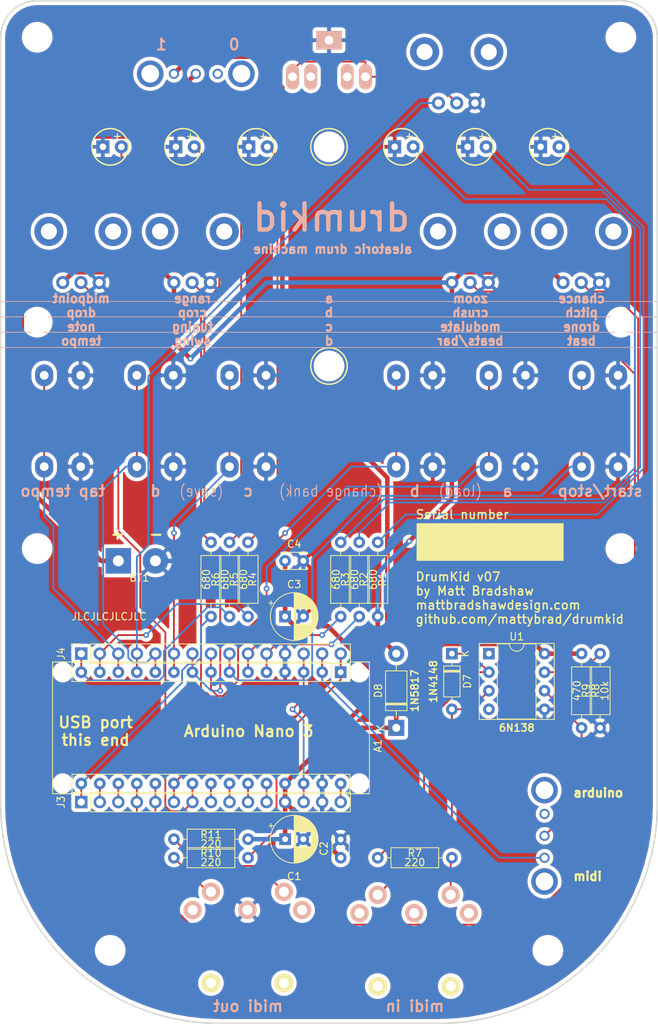
<source format=kicad_pcb>
(kicad_pcb (version 20171130) (host pcbnew "(5.1.5)-3")
  (layers (0 F.Cu signal hide) (31 B.Cu signal hide) (34 B.Paste user) (35 F.Paste user) (36 B.SilkS user) (37 F.SilkS user) (38 B.Mask user) (39 F.Mask user) (44 Edge.Cuts user))
  (net 0 "")
  (net 1 GND)
  (net 2 "Net-(J9-PadRN)")
  (net 3 "Net-(J9-PadTN)")
  (net 4 /ANALOG_3)
  (net 5 /ANALOG_1)
  (net 6 /ANALOG_2)
  (net 7 "Net-(R9-Pad2)")
  (net 8 /ANALOG_0)
  (net 9 "Net-(BT1-Pad1)")
  (net 10 "Net-(D5-Pad2)")
  (net 11 /DIGITAL_5)
  (net 12 "Net-(D6-Pad2)")
  (net 13 /DIGITAL_6)
  (net 14 /DIGITAL_9)
  (net 15 /DIGITAL_2)
  (net 16 "Net-(D2-Pad2)")
  (net 17 "Net-(D3-Pad2)")
  (net 18 /DIGITAL_3)
  (net 19 /DIGITAL_4)
  (net 20 "Net-(D4-Pad2)")
  (net 21 /DIGITAL_0)
  (net 22 /DIGITAL_10)
  (net 23 /DIGITAL_1)
  (net 24 /DIGITAL_11)
  (net 25 /DIGITAL_12)
  (net 26 /DIGITAL_13)
  (net 27 /DIGITAL_7)
  (net 28 /ANALOG_4)
  (net 29 /DIGITAL_8)
  (net 30 /ANALOG_5)
  (net 31 "Net-(J2-Pad4)")
  (net 32 "Net-(U1-Pad1)")
  (net 33 "Net-(D1-Pad2)")
  (net 34 "Net-(U1-Pad4)")
  (net 35 "Net-(J2-Pad1)")
  (net 36 "Net-(J2-Pad3)")
  (net 37 "Net-(D7-Pad2)")
  (net 38 "Net-(J9-PadR)")
  (net 39 VCC)
  (net 40 "Net-(J2-Pad5)")
  (net 41 "Net-(R8-Pad2)")
  (net 42 "Net-(J1-Pad4)")
  (net 43 "Net-(D7-Pad1)")
  (net 44 "Net-(J1-Pad1)")
  (net 45 "Net-(J1-Pad2)")
  (net 46 "Net-(J1-Pad3)")
  (net 47 "Net-(SW8-Pad3)")
  (net 48 /3V3)
  (net 49 /AREF)
  (net 50 /RESET)
  (net 51 /ANALOG_6)
  (net 52 /ANALOG_7)
  (net 53 +9V)
  (net 54 "Net-(D8-Pad2)")
  (net 55 "Net-(SW7-Pad3)")
  (module drumkidcustom:MountingHole_3.2mm_M3 (layer B.Cu) (at 60 74)
    (fp_text reference H9)
    (fp_text value MountingHole)
    (pad 1 np_thru_hole circle (at 0 0) (size 3.2 3.2) (drill 3.2) (layers *.Cu *.Mask))
  )
  (module drumkidcustom:MountingHole_3.2mm_M3 (layer B.Cu) (at 140 74)
    (fp_text reference H10)
    (fp_text value MountingHole)
    (pad 1 np_thru_hole circle (at 0 0) (size 3.2 3.2) (drill 3.2) (layers *.Cu *.Mask))
  )
  (module Capacitor_THT:CP_Radial_D6.3mm_P2.50mm (layer F.Cu) (at 93.98 144.78)
    (fp_text reference C1 (at 1.25 5.08) (layer F.SilkS))
    (fp_text value CP)
    (pad 2 thru_hole circle (at 2.5 0) (size 1.6 1.6) (drill 0.8) (layers *.Cu *.Mask) (net 1 GND))
    (pad 1 thru_hole rect (at 0 0) (size 1.6 1.6) (drill 0.8) (layers *.Cu *.Mask) (net 39 VCC))
  )
  (module Capacitor_THT:CP_Radial_D6.3mm_P2.50mm (layer F.Cu) (at 93.98 114.3)
    (fp_text reference C3 (at 1.25 -4.4) (layer F.SilkS))
    (fp_text value CP)
    (pad 1 thru_hole rect (at 0 0) (size 1.6 1.6) (drill 0.8) (layers *.Cu *.Mask) (net 39 VCC))
    (pad 2 thru_hole circle (at 2.5 0) (size 1.6 1.6) (drill 0.8) (layers *.Cu *.Mask) (net 1 GND))
  )
  (module Capacitor_THT:C_Disc_D3.4mm_W2.1mm_P2.50mm (layer F.Cu) (at 101.6 147.32 90)
    (fp_text reference C2 (at 1.25 -2.3 90) (layer F.SilkS))
    (fp_text value C)
    (pad 2 thru_hole circle (at 2.5 0 90) (size 1.6 1.6) (drill 0.8) (layers *.Cu *.Mask) (net 1 GND))
    (pad 1 thru_hole circle (at 0 0 90) (size 1.6 1.6) (drill 0.8) (layers *.Cu *.Mask) (net 39 VCC))
  )
  (module Capacitor_THT:C_Disc_D3.4mm_W2.1mm_P2.50mm (layer F.Cu) (at 93.98 106.68)
    (fp_text reference C4 (at 1.25 -2.3) (layer F.SilkS))
    (fp_text value C)
    (pad 1 thru_hole circle (at 0 0) (size 1.6 1.6) (drill 0.8) (layers *.Cu *.Mask) (net 39 VCC))
    (pad 2 thru_hole circle (at 2.5 0) (size 1.6 1.6) (drill 0.8) (layers *.Cu *.Mask) (net 1 GND))
  )
  (module Connector_PinSocket_2.54mm:PinSocket_1x15_P2.54mm_Vertical (layer F.Cu) (at 66.04 139.7 90)
    (fp_text reference J3 (at 0 -2.77 90) (layer F.SilkS))
    (fp_text value Conn_01x15)
    (pad 15 thru_hole oval (at 0 35.56 90) (size 1.7 1.7) (drill 1) (layers *.Cu *.Mask) (net 53 +9V))
    (pad 14 thru_hole oval (at 0 33.02 90) (size 1.7 1.7) (drill 1) (layers *.Cu *.Mask) (net 1 GND))
    (pad 13 thru_hole oval (at 0 30.48 90) (size 1.7 1.7) (drill 1) (layers *.Cu *.Mask) (net 50 /RESET))
    (pad 12 thru_hole oval (at 0 27.94 90) (size 1.7 1.7) (drill 1) (layers *.Cu *.Mask) (net 39 VCC))
    (pad 11 thru_hole oval (at 0 25.4 90) (size 1.7 1.7) (drill 1) (layers *.Cu *.Mask) (net 52 /ANALOG_7))
    (pad 10 thru_hole oval (at 0 22.86 90) (size 1.7 1.7) (drill 1) (layers *.Cu *.Mask) (net 51 /ANALOG_6))
    (pad 9 thru_hole oval (at 0 20.32 90) (size 1.7 1.7) (drill 1) (layers *.Cu *.Mask) (net 30 /ANALOG_5))
    (pad 8 thru_hole oval (at 0 17.78 90) (size 1.7 1.7) (drill 1) (layers *.Cu *.Mask) (net 28 /ANALOG_4))
    (pad 7 thru_hole oval (at 0 15.24 90) (size 1.7 1.7) (drill 1) (layers *.Cu *.Mask) (net 4 /ANALOG_3))
    (pad 6 thru_hole oval (at 0 12.7 90) (size 1.7 1.7) (drill 1) (layers *.Cu *.Mask) (net 6 /ANALOG_2))
    (pad 5 thru_hole oval (at 0 10.16 90) (size 1.7 1.7) (drill 1) (layers *.Cu *.Mask) (net 5 /ANALOG_1))
    (pad 4 thru_hole oval (at 0 7.62 90) (size 1.7 1.7) (drill 1) (layers *.Cu *.Mask) (net 8 /ANALOG_0))
    (pad 3 thru_hole oval (at 0 5.08 90) (size 1.7 1.7) (drill 1) (layers *.Cu *.Mask) (net 49 /AREF))
    (pad 2 thru_hole oval (at 0 2.54 90) (size 1.7 1.7) (drill 1) (layers *.Cu *.Mask) (net 48 /3V3))
    (pad 1 thru_hole rect (at 0 0 90) (size 1.7 1.7) (drill 1) (layers *.Cu *.Mask) (net 26 /DIGITAL_13))
  )
  (module Connector_PinSocket_2.54mm:PinSocket_1x15_P2.54mm_Vertical (layer F.Cu) (at 66.04 119.38 90)
    (fp_text reference J4 (at 0 -2.77 90) (layer F.SilkS))
    (fp_text value Conn_01x15)
    (pad 1 thru_hole rect (at 0 0 90) (size 1.7 1.7) (drill 1) (layers *.Cu *.Mask) (net 25 /DIGITAL_12))
    (pad 2 thru_hole oval (at 0 2.54 90) (size 1.7 1.7) (drill 1) (layers *.Cu *.Mask) (net 24 /DIGITAL_11))
    (pad 3 thru_hole oval (at 0 5.08 90) (size 1.7 1.7) (drill 1) (layers *.Cu *.Mask) (net 22 /DIGITAL_10))
    (pad 4 thru_hole oval (at 0 7.62 90) (size 1.7 1.7) (drill 1) (layers *.Cu *.Mask) (net 14 /DIGITAL_9))
    (pad 5 thru_hole oval (at 0 10.16 90) (size 1.7 1.7) (drill 1) (layers *.Cu *.Mask) (net 29 /DIGITAL_8))
    (pad 6 thru_hole oval (at 0 12.7 90) (size 1.7 1.7) (drill 1) (layers *.Cu *.Mask) (net 27 /DIGITAL_7))
    (pad 7 thru_hole oval (at 0 15.24 90) (size 1.7 1.7) (drill 1) (layers *.Cu *.Mask) (net 13 /DIGITAL_6))
    (pad 8 thru_hole oval (at 0 17.78 90) (size 1.7 1.7) (drill 1) (layers *.Cu *.Mask) (net 11 /DIGITAL_5))
    (pad 9 thru_hole oval (at 0 20.32 90) (size 1.7 1.7) (drill 1) (layers *.Cu *.Mask) (net 19 /DIGITAL_4))
    (pad 10 thru_hole oval (at 0 22.86 90) (size 1.7 1.7) (drill 1) (layers *.Cu *.Mask) (net 18 /DIGITAL_3))
    (pad 11 thru_hole oval (at 0 25.4 90) (size 1.7 1.7) (drill 1) (layers *.Cu *.Mask) (net 15 /DIGITAL_2))
    (pad 12 thru_hole oval (at 0 27.94 90) (size 1.7 1.7) (drill 1) (layers *.Cu *.Mask) (net 1 GND))
    (pad 13 thru_hole oval (at 0 30.48 90) (size 1.7 1.7) (drill 1) (layers *.Cu *.Mask) (net 50 /RESET))
    (pad 14 thru_hole oval (at 0 33.02 90) (size 1.7 1.7) (drill 1) (layers *.Cu *.Mask) (net 21 /DIGITAL_0))
    (pad 15 thru_hole oval (at 0 35.56 90) (size 1.7 1.7) (drill 1) (layers *.Cu *.Mask) (net 23 /DIGITAL_1))
  )
  (module Diode_THT:D_DO-35_SOD27_P7.62mm_Horizontal (layer F.Cu) (at 116.84 119.38 270)
    (fp_text reference D7 (at 3.81 -2.12 270) (layer F.SilkS))
    (fp_text value 1N4148)
    (fp_text user K (at 0 -1.8 270) (layer F.SilkS))
    (pad 1 thru_hole rect (at 0 0 270) (size 1.6 1.6) (drill 0.8) (layers *.Cu *.Mask) (net 43 "Net-(D7-Pad1)"))
    (pad 2 thru_hole oval (at 7.62 0 270) (size 1.6 1.6) (drill 0.8) (layers *.Cu *.Mask) (net 37 "Net-(D7-Pad2)"))
  )
  (module Diode_THT:D_DO-41_SOD81_P10.16mm_Horizontal (layer F.Cu) (at 109.22 129.54 90)
    (fp_text reference D8 (at 5.08 -2.47 90) (layer F.SilkS))
    (fp_text value 1N5817)
    (fp_text user K (at 0 -2.1 90) (layer F.SilkS))
    (pad 1 thru_hole rect (at 0 0 90) (size 2.2 2.2) (drill 1.1) (layers *.Cu *.Mask) (net 39 VCC))
    (pad 2 thru_hole oval (at 10.16 0 90) (size 2.2 2.2) (drill 1.1) (layers *.Cu *.Mask) (net 54 "Net-(D8-Pad2)"))
  )
  (module Module:Arduino_Nano_WithMountingHoles (layer F.Cu) (at 101.6 121.92 270)
    (fp_text reference A1 (at 10.08 -5.08 270) (layer F.SilkS))
    (fp_text value Arduino_Nano_v3.x)
    (pad 1 thru_hole rect (at 0 0 270) (size 1.6 1.6) (drill 0.8) (layers *.Cu *.Mask) (net 23 /DIGITAL_1))
    (pad 17 thru_hole oval (at 15.24 33.02 270) (size 1.6 1.6) (drill 0.8) (layers *.Cu *.Mask) (net 48 /3V3))
    (pad 2 thru_hole oval (at 0 2.54 270) (size 1.6 1.6) (drill 0.8) (layers *.Cu *.Mask) (net 21 /DIGITAL_0))
    (pad 18 thru_hole oval (at 15.24 30.48 270) (size 1.6 1.6) (drill 0.8) (layers *.Cu *.Mask) (net 49 /AREF))
    (pad 3 thru_hole oval (at 0 5.08 270) (size 1.6 1.6) (drill 0.8) (layers *.Cu *.Mask) (net 50 /RESET))
    (pad 19 thru_hole oval (at 15.24 27.94 270) (size 1.6 1.6) (drill 0.8) (layers *.Cu *.Mask) (net 8 /ANALOG_0))
    (pad 4 thru_hole oval (at 0 7.62 270) (size 1.6 1.6) (drill 0.8) (layers *.Cu *.Mask) (net 1 GND))
    (pad 20 thru_hole oval (at 15.24 25.4 270) (size 1.6 1.6) (drill 0.8) (layers *.Cu *.Mask) (net 5 /ANALOG_1))
    (pad 5 thru_hole oval (at 0 10.16 270) (size 1.6 1.6) (drill 0.8) (layers *.Cu *.Mask) (net 15 /DIGITAL_2))
    (pad 21 thru_hole oval (at 15.24 22.86 270) (size 1.6 1.6) (drill 0.8) (layers *.Cu *.Mask) (net 6 /ANALOG_2))
    (pad 6 thru_hole oval (at 0 12.7 270) (size 1.6 1.6) (drill 0.8) (layers *.Cu *.Mask) (net 18 /DIGITAL_3))
    (pad 22 thru_hole oval (at 15.24 20.32 270) (size 1.6 1.6) (drill 0.8) (layers *.Cu *.Mask) (net 4 /ANALOG_3))
    (pad 7 thru_hole oval (at 0 15.24 270) (size 1.6 1.6) (drill 0.8) (layers *.Cu *.Mask) (net 19 /DIGITAL_4))
    (pad 23 thru_hole oval (at 15.24 17.78 270) (size 1.6 1.6) (drill 0.8) (layers *.Cu *.Mask) (net 28 /ANALOG_4))
    (pad 8 thru_hole oval (at 0 17.78 270) (size 1.6 1.6) (drill 0.8) (layers *.Cu *.Mask) (net 11 /DIGITAL_5))
    (pad 24 thru_hole oval (at 15.24 15.24 270) (size 1.6 1.6) (drill 0.8) (layers *.Cu *.Mask) (net 30 /ANALOG_5))
    (pad 9 thru_hole oval (at 0 20.32 270) (size 1.6 1.6) (drill 0.8) (layers *.Cu *.Mask) (net 13 /DIGITAL_6))
    (pad 25 thru_hole oval (at 15.24 12.7 270) (size 1.6 1.6) (drill 0.8) (layers *.Cu *.Mask) (net 51 /ANALOG_6))
    (pad 10 thru_hole oval (at 0 22.86 270) (size 1.6 1.6) (drill 0.8) (layers *.Cu *.Mask) (net 27 /DIGITAL_7))
    (pad 26 thru_hole oval (at 15.24 10.16 270) (size 1.6 1.6) (drill 0.8) (layers *.Cu *.Mask) (net 52 /ANALOG_7))
    (pad 11 thru_hole oval (at 0 25.4 270) (size 1.6 1.6) (drill 0.8) (layers *.Cu *.Mask) (net 29 /DIGITAL_8))
    (pad 27 thru_hole oval (at 15.24 7.62 270) (size 1.6 1.6) (drill 0.8) (layers *.Cu *.Mask) (net 39 VCC))
    (pad 12 thru_hole oval (at 0 27.94 270) (size 1.6 1.6) (drill 0.8) (layers *.Cu *.Mask) (net 14 /DIGITAL_9))
    (pad 28 thru_hole oval (at 15.24 5.08 270) (size 1.6 1.6) (drill 0.8) (layers *.Cu *.Mask) (net 50 /RESET))
    (pad 13 thru_hole oval (at 0 30.48 270) (size 1.6 1.6) (drill 0.8) (layers *.Cu *.Mask) (net 22 /DIGITAL_10))
    (pad 29 thru_hole oval (at 15.24 2.54 270) (size 1.6 1.6) (drill 0.8) (layers *.Cu *.Mask) (net 1 GND))
    (pad 14 thru_hole oval (at 0 33.02 270) (size 1.6 1.6) (drill 0.8) (layers *.Cu *.Mask) (net 24 /DIGITAL_11))
    (pad 30 thru_hole oval (at 15.24 0 270) (size 1.6 1.6) (drill 0.8) (layers *.Cu *.Mask) (net 53 +9V))
    (pad 15 thru_hole oval (at 0 35.56 270) (size 1.6 1.6) (drill 0.8) (layers *.Cu *.Mask) (net 25 /DIGITAL_12))
    (pad 16 thru_hole oval (at 15.24 35.56 270) (size 1.6 1.6) (drill 0.8) (layers *.Cu *.Mask) (net 26 /DIGITAL_13))
    (pad "" np_thru_hole circle (at 0 -2.54 270) (size 1.78 1.78) (drill 1.78) (layers *.Cu *.Mask))
    (pad "" np_thru_hole circle (at 15.24 -2.54 270) (size 1.78 1.78) (drill 1.78) (layers *.Cu *.Mask))
    (pad "" np_thru_hole circle (at 15.24 38.1 270) (size 1.78 1.78) (drill 1.78) (layers *.Cu *.Mask))
    (pad "" np_thru_hole circle (at 0 38.1 270) (size 1.78 1.78) (drill 1.78) (layers *.Cu *.Mask))
  )
  (module drumkidcustom:EG1206 (layer F.Cu) (at 129.54 147.32 90)
    (fp_text reference SW8)
    (fp_text value SW_SPDT hide)
    (pad 1 thru_hole circle (at 0 0 90) (size 1.4 1.4) (drill 0.9) (layers *.Cu *.Mask) (net 21 /DIGITAL_0))
    (pad 2 thru_hole circle (at 3 0 90) (size 1.4 1.4) (drill 0.9) (layers *.Cu *.Mask) (net 7 "Net-(R9-Pad2)"))
    (pad 3 thru_hole circle (at 6 0 90) (size 1.4 1.4) (drill 0.9) (layers *.Cu *.Mask) (net 47 "Net-(SW8-Pad3)"))
    (pad MH1 thru_hole circle (at -3.25 0 90) (size 3.653 3.653) (drill 2.4352) (layers *.Cu *.Mask))
    (pad MH2 thru_hole circle (at 9.25 0 90) (size 3.653 3.653) (drill 2.4352) (layers *.Cu *.Mask))
  )
  (module drumkidcustom:EG1206 (layer B.Cu) (at 78.74 40)
    (fp_text reference SW7)
    (fp_text value SW_SPDT hide)
    (pad MH2 thru_hole circle (at 9.25 0) (size 3.653 3.653) (drill 2.4352) (layers *.Cu *.Mask))
    (pad MH1 thru_hole circle (at -3.25 0) (size 3.653 3.653) (drill 2.4352) (layers *.Cu *.Mask))
    (pad 3 thru_hole circle (at 6 0) (size 1.4 1.4) (drill 0.9) (layers *.Cu *.Mask) (net 55 "Net-(SW7-Pad3)"))
    (pad 2 thru_hole circle (at 3 0) (size 1.4 1.4) (drill 0.9) (layers *.Cu *.Mask) (net 9 "Net-(BT1-Pad1)"))
    (pad 1 thru_hole circle (at 0 0) (size 1.4 1.4) (drill 0.9) (layers *.Cu *.Mask) (net 54 "Net-(D8-Pad2)"))
  )
  (module drumkidcustom:LED_D5.0mm (layer B.Cu) (at 129 50)
    (fp_text reference D1)
    (fp_text value LED)
    (pad 1 thru_hole rect (at 0 0) (size 1.8 1.8) (drill 0.9) (layers *.Cu *.Mask) (net 1 GND))
    (pad 2 thru_hole circle (at 2.54 0) (size 1.8 1.8) (drill 0.9) (layers *.Cu *.Mask) (net 33 "Net-(D1-Pad2)"))
  )
  (module drumkidcustom:MIDI_DIN5 (layer F.Cu) (at 111.67618 157.8991)
    (fp_text reference J1)
    (fp_text value DIN-5_180degree)
    (pad "" np_thru_hole circle (at -5.00126 6.9977) (size 2.49936 2.49936) (drill 1.397) (layers *.Cu *.Mask F.SilkS))
    (pad "" np_thru_hole circle (at 5.00126 6.9977) (size 2.49936 2.49936) (drill 1.397) (layers *.Cu *.Mask F.SilkS))
    (pad 5 thru_hole circle (at -4.99618 -5.4991) (size 2.49936 2.49936) (drill 1.397) (layers *.Cu *.SilkS *.Mask) (net 37 "Net-(D7-Pad2)"))
    (pad 1 thru_hole circle (at 7.49808 -2.9972) (size 2.49936 2.49936) (drill 1.397) (layers *.Cu *.SilkS *.Mask) (net 44 "Net-(J1-Pad1)"))
    (pad 2 thru_hole circle (at 0 -2.99974) (size 2.49936 2.49936) (drill 1.397) (layers *.Cu *.SilkS *.Mask) (net 45 "Net-(J1-Pad2)"))
    (pad 4 thru_hole circle (at 4.99618 -5.4991) (size 2.49936 2.49936) (drill 1.397) (layers *.Cu *.SilkS *.Mask) (net 42 "Net-(J1-Pad4)"))
    (pad 3 thru_hole circle (at -7.49808 -2.9972) (size 2.49936 2.49936) (drill 1.397) (layers *.Cu *.SilkS *.Mask) (net 46 "Net-(J1-Pad3)"))
  )
  (module drumkidcustom:SW_PUSH-12mm_Wuerth-430476085716 (layer B.Cu) (at 134.62 81.28 270)
    (fp_text reference SW1)
    (fp_text value SW_Push)
    (pad 1 thru_hole oval (at 12.5 0 270) (size 3 2.5) (drill 1.2) (layers *.Cu *.Mask) (net 19 /DIGITAL_4))
    (pad 2 thru_hole oval (at 12.5 -5 270) (size 3 2.5) (drill 1.2) (layers *.Cu *.Mask) (net 1 GND))
    (pad 1 thru_hole oval (at 0 0 270) (size 3 2.5) (drill 1.2) (layers *.Cu *.Mask) (net 19 /DIGITAL_4))
    (pad 2 thru_hole oval (at 0 -5 270) (size 3 2.5) (drill 1.2) (layers *.Cu *.Mask) (net 1 GND))
  )
  (module drumkidcustom:SW_PUSH-12mm_Wuerth-430476085716 (layer B.Cu) (at 73.66 81.28 270)
    (fp_text reference SW5)
    (fp_text value SW_Push)
    (pad 2 thru_hole oval (at 0 -5 270) (size 3 2.5) (drill 1.2) (layers *.Cu *.Mask) (net 1 GND))
    (pad 1 thru_hole oval (at 0 0 270) (size 3 2.5) (drill 1.2) (layers *.Cu *.Mask) (net 29 /DIGITAL_8))
    (pad 2 thru_hole oval (at 12.5 -5 270) (size 3 2.5) (drill 1.2) (layers *.Cu *.Mask) (net 1 GND))
    (pad 1 thru_hole oval (at 12.5 0 270) (size 3 2.5) (drill 1.2) (layers *.Cu *.Mask) (net 29 /DIGITAL_8))
  )
  (module drumkidcustom:SW_PUSH-12mm_Wuerth-430476085716 (layer B.Cu) (at 121.92 81.28 270)
    (fp_text reference SW2)
    (fp_text value SW_Push)
    (pad 1 thru_hole oval (at 12.5 0 270) (size 3 2.5) (drill 1.2) (layers *.Cu *.Mask) (net 11 /DIGITAL_5))
    (pad 2 thru_hole oval (at 12.5 -5 270) (size 3 2.5) (drill 1.2) (layers *.Cu *.Mask) (net 1 GND))
    (pad 1 thru_hole oval (at 0 0 270) (size 3 2.5) (drill 1.2) (layers *.Cu *.Mask) (net 11 /DIGITAL_5))
    (pad 2 thru_hole oval (at 0 -5 270) (size 3 2.5) (drill 1.2) (layers *.Cu *.Mask) (net 1 GND))
  )
  (module drumkidcustom:SW_PUSH-12mm_Wuerth-430476085716 (layer B.Cu) (at 109.22 81.28 270)
    (fp_text reference SW3)
    (fp_text value SW_Push)
    (pad 2 thru_hole oval (at 0 -5 270) (size 3 2.5) (drill 1.2) (layers *.Cu *.Mask) (net 1 GND))
    (pad 1 thru_hole oval (at 0 0 270) (size 3 2.5) (drill 1.2) (layers *.Cu *.Mask) (net 13 /DIGITAL_6))
    (pad 2 thru_hole oval (at 12.5 -5 270) (size 3 2.5) (drill 1.2) (layers *.Cu *.Mask) (net 1 GND))
    (pad 1 thru_hole oval (at 12.5 0 270) (size 3 2.5) (drill 1.2) (layers *.Cu *.Mask) (net 13 /DIGITAL_6))
  )
  (module drumkidcustom:SW_PUSH-12mm_Wuerth-430476085716 (layer B.Cu) (at 60.96 81.28 270)
    (fp_text reference SW6)
    (fp_text value SW_Push)
    (pad 1 thru_hole oval (at 12.5 0 270) (size 3 2.5) (drill 1.2) (layers *.Cu *.Mask) (net 22 /DIGITAL_10))
    (pad 2 thru_hole oval (at 12.5 -5 270) (size 3 2.5) (drill 1.2) (layers *.Cu *.Mask) (net 1 GND))
    (pad 1 thru_hole oval (at 0 0 270) (size 3 2.5) (drill 1.2) (layers *.Cu *.Mask) (net 22 /DIGITAL_10))
    (pad 2 thru_hole oval (at 0 -5 270) (size 3 2.5) (drill 1.2) (layers *.Cu *.Mask) (net 1 GND))
  )
  (module drumkidcustom:SW_PUSH-12mm_Wuerth-430476085716 (layer B.Cu) (at 86.36 81.28 270)
    (fp_text reference SW4)
    (fp_text value SW_Push)
    (pad 2 thru_hole oval (at 0 -5 270) (size 3 2.5) (drill 1.2) (layers *.Cu *.Mask) (net 1 GND))
    (pad 1 thru_hole oval (at 0 0 270) (size 3 2.5) (drill 1.2) (layers *.Cu *.Mask) (net 27 /DIGITAL_7))
    (pad 2 thru_hole oval (at 12.5 -5 270) (size 3 2.5) (drill 1.2) (layers *.Cu *.Mask) (net 1 GND))
    (pad 1 thru_hole oval (at 12.5 0 270) (size 3 2.5) (drill 1.2) (layers *.Cu *.Mask) (net 27 /DIGITAL_7))
  )
  (module drumkidcustom:LED_D5.0mm (layer B.Cu) (at 109 50)
    (fp_text reference D3)
    (fp_text value LED)
    (pad 2 thru_hole circle (at 2.54 0) (size 1.8 1.8) (drill 0.9) (layers *.Cu *.Mask) (net 17 "Net-(D3-Pad2)"))
    (pad 1 thru_hole rect (at 0 0) (size 1.8 1.8) (drill 0.9) (layers *.Cu *.Mask) (net 1 GND))
  )
  (module drumkidcustom:LED_D5.0mm (layer B.Cu) (at 69 50)
    (fp_text reference D6)
    (fp_text value LED)
    (pad 1 thru_hole rect (at 0 0) (size 1.8 1.8) (drill 0.9) (layers *.Cu *.Mask) (net 1 GND))
    (pad 2 thru_hole circle (at 2.54 0) (size 1.8 1.8) (drill 0.9) (layers *.Cu *.Mask) (net 12 "Net-(D6-Pad2)"))
  )
  (module drumkidcustom:LED_D5.0mm (layer B.Cu) (at 79 50)
    (fp_text reference D5)
    (fp_text value LED)
    (pad 2 thru_hole circle (at 2.54 0) (size 1.8 1.8) (drill 0.9) (layers *.Cu *.Mask) (net 10 "Net-(D5-Pad2)"))
    (pad 1 thru_hole rect (at 0 0) (size 1.8 1.8) (drill 0.9) (layers *.Cu *.Mask) (net 1 GND))
  )
  (module drumkidcustom:LED_D5.0mm (layer B.Cu) (at 119 50)
    (fp_text reference D2)
    (fp_text value LED)
    (pad 1 thru_hole rect (at 0 0) (size 1.8 1.8) (drill 0.9) (layers *.Cu *.Mask) (net 1 GND))
    (pad 2 thru_hole circle (at 2.54 0) (size 1.8 1.8) (drill 0.9) (layers *.Cu *.Mask) (net 16 "Net-(D2-Pad2)"))
  )
  (module drumkidcustom:LED_D5.0mm (layer B.Cu) (at 89 50)
    (fp_text reference D4)
    (fp_text value LED)
    (pad 2 thru_hole circle (at 2.54 0) (size 1.8 1.8) (drill 0.9) (layers *.Cu *.Mask) (net 20 "Net-(D4-Pad2)"))
    (pad 1 thru_hole rect (at 0 0) (size 1.8 1.8) (drill 0.9) (layers *.Cu *.Mask) (net 1 GND))
  )
  (module drumkidcustom:R_Axial_DIN0207_L6.3mm_D2.5mm_P10.16mm_Horizontal (layer F.Cu) (at 86.36 104.14 270)
    (fp_text reference R5 (at 5.08 -0.635 270) (layer F.SilkS))
    (fp_text value 680 (at 5.08 0.635 270) (layer F.SilkS))
    (pad 2 thru_hole oval (at 10.16 0 270) (size 1.6 1.6) (drill 0.8) (layers *.Cu *.Mask) (net 25 /DIGITAL_12))
    (pad 1 thru_hole circle (at 0 0 270) (size 1.6 1.6) (drill 0.8) (layers *.Cu *.Mask) (net 10 "Net-(D5-Pad2)"))
  )
  (module drumkidcustom:R_Axial_DIN0207_L6.3mm_D2.5mm_P10.16mm_Horizontal (layer F.Cu) (at 78.74 144.78)
    (fp_text reference R11 (at 5.08 -0.635) (layer F.SilkS))
    (fp_text value 220 (at 5.08 0.635) (layer F.SilkS))
    (pad 2 thru_hole oval (at 10.16 0) (size 1.6 1.6) (drill 0.8) (layers *.Cu *.Mask) (net 39 VCC))
    (pad 1 thru_hole circle (at 0 0) (size 1.6 1.6) (drill 0.8) (layers *.Cu *.Mask) (net 31 "Net-(J2-Pad4)"))
  )
  (module drumkidcustom:R_Axial_DIN0207_L6.3mm_D2.5mm_P10.16mm_Horizontal (layer F.Cu) (at 78.74 147.32)
    (fp_text reference R10 (at 5.08 -0.635) (layer F.SilkS))
    (fp_text value 220 (at 5.08 0.635) (layer F.SilkS))
    (pad 1 thru_hole circle (at 0 0) (size 1.6 1.6) (drill 0.8) (layers *.Cu *.Mask) (net 40 "Net-(J2-Pad5)"))
    (pad 2 thru_hole oval (at 10.16 0) (size 1.6 1.6) (drill 0.8) (layers *.Cu *.Mask) (net 23 /DIGITAL_1))
  )
  (module drumkidcustom:R_Axial_DIN0207_L6.3mm_D2.5mm_P10.16mm_Horizontal (layer F.Cu) (at 134.62 119.38 270)
    (fp_text reference R9 (at 5.08 -0.635 270) (layer F.SilkS))
    (fp_text value 470 (at 5.08 0.635 270) (layer F.SilkS))
    (pad 2 thru_hole oval (at 10.16 0 270) (size 1.6 1.6) (drill 0.8) (layers *.Cu *.Mask) (net 7 "Net-(R9-Pad2)"))
    (pad 1 thru_hole circle (at 0 0 270) (size 1.6 1.6) (drill 0.8) (layers *.Cu *.Mask) (net 39 VCC))
  )
  (module drumkidcustom:R_Axial_DIN0207_L6.3mm_D2.5mm_P10.16mm_Horizontal (layer F.Cu) (at 137.16 129.54 90)
    (fp_text reference R8 (at 5.08 -0.635 90) (layer F.SilkS))
    (fp_text value 10k (at 5.08 0.635 90) (layer F.SilkS))
    (pad 1 thru_hole circle (at 0 0 90) (size 1.6 1.6) (drill 0.8) (layers *.Cu *.Mask) (net 1 GND))
    (pad 2 thru_hole oval (at 10.16 0 90) (size 1.6 1.6) (drill 0.8) (layers *.Cu *.Mask) (net 41 "Net-(R8-Pad2)"))
  )
  (module drumkidcustom:R_Axial_DIN0207_L6.3mm_D2.5mm_P10.16mm_Horizontal (layer F.Cu) (at 83.82 104.14 270)
    (fp_text reference R6 (at 5.08 -0.635 270) (layer F.SilkS))
    (fp_text value 680 (at 5.08 0.635 270) (layer F.SilkS))
    (pad 2 thru_hole oval (at 10.16 0 270) (size 1.6 1.6) (drill 0.8) (layers *.Cu *.Mask) (net 26 /DIGITAL_13))
    (pad 1 thru_hole circle (at 0 0 270) (size 1.6 1.6) (drill 0.8) (layers *.Cu *.Mask) (net 12 "Net-(D6-Pad2)"))
  )
  (module drumkidcustom:R_Axial_DIN0207_L6.3mm_D2.5mm_P10.16mm_Horizontal (layer F.Cu) (at 101.6 104.14 270)
    (fp_text reference R3 (at 5.08 -0.635 270) (layer F.SilkS))
    (fp_text value 680 (at 5.08 0.635 270) (layer F.SilkS))
    (pad 1 thru_hole circle (at 0 0 270) (size 1.6 1.6) (drill 0.8) (layers *.Cu *.Mask) (net 17 "Net-(D3-Pad2)"))
    (pad 2 thru_hole oval (at 10.16 0 270) (size 1.6 1.6) (drill 0.8) (layers *.Cu *.Mask) (net 18 /DIGITAL_3))
  )
  (module drumkidcustom:R_Axial_DIN0207_L6.3mm_D2.5mm_P10.16mm_Horizontal (layer F.Cu) (at 104.14 104.14 270)
    (fp_text reference R2 (at 5.08 -0.635 270) (layer F.SilkS))
    (fp_text value 680 (at 5.08 0.635 270) (layer F.SilkS))
    (pad 2 thru_hole oval (at 10.16 0 270) (size 1.6 1.6) (drill 0.8) (layers *.Cu *.Mask) (net 15 /DIGITAL_2))
    (pad 1 thru_hole circle (at 0 0 270) (size 1.6 1.6) (drill 0.8) (layers *.Cu *.Mask) (net 16 "Net-(D2-Pad2)"))
  )
  (module drumkidcustom:R_Axial_DIN0207_L6.3mm_D2.5mm_P10.16mm_Horizontal (layer F.Cu) (at 106.68 104.14 270)
    (fp_text reference R1 (at 5.08 -0.635 270) (layer F.SilkS))
    (fp_text value 680 (at 5.08 0.635 270) (layer F.SilkS))
    (pad 1 thru_hole circle (at 0 0 270) (size 1.6 1.6) (drill 0.8) (layers *.Cu *.Mask) (net 33 "Net-(D1-Pad2)"))
    (pad 2 thru_hole oval (at 10.16 0 270) (size 1.6 1.6) (drill 0.8) (layers *.Cu *.Mask) (net 39 VCC))
  )
  (module drumkidcustom:R_Axial_DIN0207_L6.3mm_D2.5mm_P10.16mm_Horizontal (layer F.Cu) (at 88.9 104.14 270)
    (fp_text reference R4 (at 5.08 -0.635 270) (layer F.SilkS))
    (fp_text value 680 (at 5.08 0.635 270) (layer F.SilkS))
    (pad 1 thru_hole circle (at 0 0 270) (size 1.6 1.6) (drill 0.8) (layers *.Cu *.Mask) (net 20 "Net-(D4-Pad2)"))
    (pad 2 thru_hole oval (at 10.16 0 270) (size 1.6 1.6) (drill 0.8) (layers *.Cu *.Mask) (net 24 /DIGITAL_11))
  )
  (module drumkidcustom:R_Axial_DIN0207_L6.3mm_D2.5mm_P10.16mm_Horizontal (layer F.Cu) (at 106.68 147.32)
    (fp_text reference R7 (at 5.08 -0.635) (layer F.SilkS))
    (fp_text value 220 (at 5.08 0.635) (layer F.SilkS))
    (pad 2 thru_hole oval (at 10.16 0) (size 1.6 1.6) (drill 0.8) (layers *.Cu *.Mask) (net 42 "Net-(J1-Pad4)"))
    (pad 1 thru_hole circle (at 0 0) (size 1.6 1.6) (drill 0.8) (layers *.Cu *.Mask) (net 43 "Net-(D7-Pad1)"))
  )
  (module drumkidcustom:MIDI_DIN5 (layer F.Cu) (at 88.81618 157.48)
    (fp_text reference J2)
    (fp_text value DIN-5_180degree)
    (pad "" np_thru_hole circle (at -5.00126 6.9977) (size 2.49936 2.49936) (drill 1.397) (layers *.Cu *.Mask F.SilkS))
    (pad "" np_thru_hole circle (at 5.00126 6.9977) (size 2.49936 2.49936) (drill 1.397) (layers *.Cu *.Mask F.SilkS))
    (pad 5 thru_hole circle (at -4.99618 -5.4991) (size 2.49936 2.49936) (drill 1.397) (layers *.Cu *.SilkS *.Mask) (net 40 "Net-(J2-Pad5)"))
    (pad 1 thru_hole circle (at 7.49808 -2.9972) (size 2.49936 2.49936) (drill 1.397) (layers *.Cu *.SilkS *.Mask) (net 35 "Net-(J2-Pad1)"))
    (pad 2 thru_hole circle (at 0 -2.99974) (size 2.49936 2.49936) (drill 1.397) (layers *.Cu *.SilkS *.Mask) (net 1 GND))
    (pad 4 thru_hole circle (at 4.99618 -5.4991) (size 2.49936 2.49936) (drill 1.397) (layers *.Cu *.SilkS *.Mask) (net 31 "Net-(J2-Pad4)"))
    (pad 3 thru_hole circle (at -7.49808 -2.9972) (size 2.49936 2.49936) (drill 1.397) (layers *.Cu *.SilkS *.Mask) (net 36 "Net-(J2-Pad3)"))
  )
  (module drumkidcustom:MountingHole_3.2mm_M3 (layer F.Cu) (at 60 35)
    (fp_text reference H1)
    (fp_text value MountingHole)
    (pad 1 np_thru_hole circle (at 0 0) (size 3.2 3.2) (drill 3.2) (layers *.Cu *.Mask))
  )
  (module drumkidcustom:MountingHole_3.2mm_M3 (layer F.Cu) (at 100 80)
    (fp_text reference H8)
    (fp_text value MountingHole)
    (pad 1 np_thru_hole circle (at 0 0) (size 3.2 3.2) (drill 3.2) (layers *.Cu *.Mask))
  )
  (module drumkidcustom:MountingHole_3.2mm_M3 (layer F.Cu) (at 100 50)
    (fp_text reference H7)
    (fp_text value MountingHole)
    (pad 1 np_thru_hole circle (at 0 0) (size 3.2 3.2) (drill 3.2) (layers *.Cu *.Mask))
  )
  (module drumkidcustom:MountingHole_3.2mm_M3 (layer F.Cu) (at 140 35)
    (fp_text reference H6)
    (fp_text value MountingHole)
    (pad 1 np_thru_hole circle (at 0 0) (size 3.2 3.2) (drill 3.2) (layers *.Cu *.Mask))
  )
  (module drumkidcustom:MountingHole_3.2mm_M3 (layer F.Cu) (at 140 105)
    (fp_text reference H5)
    (fp_text value MountingHole)
    (pad 1 np_thru_hole circle (at 0 0) (size 3.2 3.2) (drill 3.2) (layers *.Cu *.Mask))
  )
  (module drumkidcustom:MountingHole_3.2mm_M3 (layer F.Cu) (at 130 160)
    (fp_text reference H4)
    (fp_text value MountingHole)
    (pad 1 np_thru_hole circle (at 0 0) (size 3.2 3.2) (drill 3.2) (layers *.Cu *.Mask))
  )
  (module drumkidcustom:MountingHole_3.2mm_M3 (layer F.Cu) (at 70 160)
    (fp_text reference H3)
    (fp_text value MountingHole)
    (pad 1 np_thru_hole circle (at 0 0) (size 3.2 3.2) (drill 3.2) (layers *.Cu *.Mask))
  )
  (module drumkidcustom:MountingHole_3.2mm_M3 (layer F.Cu) (at 60 105)
    (fp_text reference H2)
    (fp_text value MountingHole)
    (pad 1 np_thru_hole circle (at 0 0) (size 3.2 3.2) (drill 3.2) (layers *.Cu *.Mask))
  )
  (module drumkidcustom:Tayda_3.5mm_stereo_TRS_jack_A-853 (layer B.Cu) (at 100 37 180)
    (fp_text reference J9)
    (fp_text value AudioJack3_Ground_Switch)
    (pad S thru_hole rect (at 0 1.596 180) (size 3.5 2.5) (drill 1.2) (layers *.Cu *.Mask B.SilkS) (net 1 GND))
    (pad TN thru_hole oval (at -2.5 -3.41 180) (size 1.75 3.5) (drill 1.2) (layers *.Cu *.Mask B.SilkS) (net 3 "Net-(J9-PadTN)"))
    (pad RN thru_hole oval (at 2.5 -3.41 180) (size 1.75 3.5) (drill 1.2) (layers *.Cu *.Mask B.SilkS) (net 2 "Net-(J9-PadRN)"))
    (pad T thru_hole oval (at -5 -3.41 180) (size 1.75 3.5) (drill 1.2) (layers *.Cu *.Mask B.SilkS) (net 38 "Net-(J9-PadR)"))
    (pad R thru_hole oval (at 5 -3.41 180) (size 1.75 3.5) (drill 1.2) (layers *.Cu *.Mask B.SilkS) (net 38 "Net-(J9-PadR)"))
  )
  (module drumkidcustom:Potentiometer_Alps_RK09K_Single_Vertical (layer B.Cu) (at 115 44 90)
    (fp_text reference RV5)
    (fp_text value 10k)
    (pad 3 thru_hole circle (at 0 5 90) (size 1.8 1.8) (drill 1) (layers *.Cu *.Mask) (net 1 GND))
    (pad 2 thru_hole circle (at 0 2.5 90) (size 1.8 1.8) (drill 1) (layers *.Cu *.Mask) (net 38 "Net-(J9-PadR)"))
    (pad 1 thru_hole circle (at 0 0 90) (size 1.8 1.8) (drill 1) (layers *.Cu *.Mask) (net 14 /DIGITAL_9))
    (pad "" np_thru_hole circle (at 6.985 6.9 90) (size 4 4) (drill 2.2) (layers *.Cu *.Mask))
    (pad "" np_thru_hole circle (at 7 -1.9 90) (size 4 4) (drill 2.2) (layers *.Cu *.Mask))
  )
  (module drumkidcustom:Potentiometer_Alps_RK09K_Single_Vertical (layer B.Cu) (at 116.84 68.58 90)
    (fp_text reference RV2)
    (fp_text value R_POT)
    (pad 3 thru_hole circle (at 0 5 90) (size 1.8 1.8) (drill 1) (layers *.Cu *.Mask) (net 1 GND))
    (pad 2 thru_hole circle (at 0 2.5 90) (size 1.8 1.8) (drill 1) (layers *.Cu *.Mask) (net 5 /ANALOG_1))
    (pad 1 thru_hole circle (at 0 0 90) (size 1.8 1.8) (drill 1) (layers *.Cu *.Mask) (net 39 VCC))
    (pad "" np_thru_hole circle (at 6.985 6.9 90) (size 4 4) (drill 2.2) (layers *.Cu *.Mask))
    (pad "" np_thru_hole circle (at 7 -1.9 90) (size 4 4) (drill 2.2) (layers *.Cu *.Mask))
  )
  (module drumkidcustom:Potentiometer_Alps_RK09K_Single_Vertical (layer B.Cu) (at 132.08 68.58 90)
    (fp_text reference RV1)
    (fp_text value R_POT)
    (pad 3 thru_hole circle (at 0 5 90) (size 1.8 1.8) (drill 1) (layers *.Cu *.Mask) (net 1 GND))
    (pad 2 thru_hole circle (at 0 2.5 90) (size 1.8 1.8) (drill 1) (layers *.Cu *.Mask) (net 8 /ANALOG_0))
    (pad 1 thru_hole circle (at 0 0 90) (size 1.8 1.8) (drill 1) (layers *.Cu *.Mask) (net 39 VCC))
    (pad "" np_thru_hole circle (at 6.985 6.9 90) (size 4 4) (drill 2.2) (layers *.Cu *.Mask))
    (pad "" np_thru_hole circle (at 7 -1.9 90) (size 4 4) (drill 2.2) (layers *.Cu *.Mask))
  )
  (module drumkidcustom:Potentiometer_Alps_RK09K_Single_Vertical (layer B.Cu) (at 63.5 68.58 90)
    (fp_text reference RV4)
    (fp_text value R_POT)
    (pad 3 thru_hole circle (at 0 5 90) (size 1.8 1.8) (drill 1) (layers *.Cu *.Mask) (net 1 GND))
    (pad 2 thru_hole circle (at 0 2.5 90) (size 1.8 1.8) (drill 1) (layers *.Cu *.Mask) (net 4 /ANALOG_3))
    (pad 1 thru_hole circle (at 0 0 90) (size 1.8 1.8) (drill 1) (layers *.Cu *.Mask) (net 39 VCC))
    (pad "" np_thru_hole circle (at 6.985 6.9 90) (size 4 4) (drill 2.2) (layers *.Cu *.Mask))
    (pad "" np_thru_hole circle (at 7 -1.9 90) (size 4 4) (drill 2.2) (layers *.Cu *.Mask))
  )
  (module drumkidcustom:Potentiometer_Alps_RK09K_Single_Vertical (layer B.Cu) (at 78.74 68.58 90)
    (fp_text reference RV3)
    (fp_text value R_POT)
    (pad 3 thru_hole circle (at 0 5 90) (size 1.8 1.8) (drill 1) (layers *.Cu *.Mask) (net 1 GND))
    (pad 2 thru_hole circle (at 0 2.5 90) (size 1.8 1.8) (drill 1) (layers *.Cu *.Mask) (net 6 /ANALOG_2))
    (pad 1 thru_hole circle (at 0 0 90) (size 1.8 1.8) (drill 1) (layers *.Cu *.Mask) (net 39 VCC))
    (pad "" np_thru_hole circle (at 6.985 6.9 90) (size 4 4) (drill 2.2) (layers *.Cu *.Mask))
    (pad "" np_thru_hole circle (at 7 -1.9 90) (size 4 4) (drill 2.2) (layers *.Cu *.Mask))
  )
  (module Connector_Wire:SolderWirePad_1x02_P5.08mm_Drill1.5mm (layer F.Cu) (at 71.12 106.68)
    (fp_text reference BT1 (at 2.88 2.32) (layer F.SilkS))
    (fp_text value Battery)
    (pad 1 thru_hole rect (at 0 0) (size 3.50012 3.50012) (drill 1.50114) (layers *.Cu *.Mask) (net 9 "Net-(BT1-Pad1)"))
    (pad 2 thru_hole circle (at 5.08 0) (size 3.50012 3.50012) (drill 1.50114) (layers *.Cu *.Mask) (net 1 GND))
  )
  (module Package_DIP:DIP-8_W7.62mm_Socket (layer F.Cu) (at 121.92 119.38)
    (fp_text reference U1 (at 3.81 -2.33) (layer F.SilkS))
    (fp_text value 6N138)
    (pad 1 thru_hole rect (at 0 0) (size 1.6 1.6) (drill 0.8) (layers *.Cu *.Mask) (net 32 "Net-(U1-Pad1)"))
    (pad 5 thru_hole oval (at 7.62 7.62) (size 1.6 1.6) (drill 0.8) (layers *.Cu *.Mask) (net 1 GND))
    (pad 2 thru_hole oval (at 0 2.54) (size 1.6 1.6) (drill 0.8) (layers *.Cu *.Mask) (net 43 "Net-(D7-Pad1)"))
    (pad 6 thru_hole oval (at 7.62 5.08) (size 1.6 1.6) (drill 0.8) (layers *.Cu *.Mask) (net 7 "Net-(R9-Pad2)"))
    (pad 3 thru_hole oval (at 0 5.08) (size 1.6 1.6) (drill 0.8) (layers *.Cu *.Mask) (net 37 "Net-(D7-Pad2)"))
    (pad 7 thru_hole oval (at 7.62 2.54) (size 1.6 1.6) (drill 0.8) (layers *.Cu *.Mask) (net 41 "Net-(R8-Pad2)"))
    (pad 4 thru_hole oval (at 0 7.62) (size 1.6 1.6) (drill 0.8) (layers *.Cu *.Mask) (net 34 "Net-(U1-Pad4)"))
    (pad 8 thru_hole oval (at 7.62 0) (size 1.6 1.6) (drill 0.8) (layers *.Cu *.Mask) (net 39 VCC))
  )
  (gr_text "(change bank)" (at 100.25 97.12) (layer B.SilkS) (effects (font (size 1.5 1.3)) (justify mirror)))
  (gr_text "(save)" (at 82.5 97.12) (layer B.SilkS) (effects (font (size 1.5 1.3)) (justify mirror)))
  (gr_text "(load)" (at 118 97.12) (layer B.SilkS) (effects (font (size 1.5 1.3)) (justify mirror)))
  (gr_text + (at 131 48.5) (layer F.SilkS) (effects (font (size 1 1))))
  (gr_text + (at 121 48.5) (layer F.SilkS) (effects (font (size 1 1))))
  (gr_text + (at 111 48.5) (layer F.SilkS) (effects (font (size 1 1))))
  (gr_text + (at 91 48.5) (layer F.SilkS) (effects (font (size 1 1))))
  (gr_text + (at 81 48.5) (layer F.SilkS) (effects (font (size 1 1))))
  (gr_text + (at 71 48.5) (layer F.SilkS) (effects (font (size 1 1))))
  (gr_text "a\nb\nc\nd" (at 100 73.66) (layer B.SilkS) (effects (font (size 1.2 1.2) (thickness 0.3)) (justify mirror)))
  (gr_text JLCJLCJLCJLC (at 69.85 114.3) (layer F.SilkS) (effects (font (size 1 1))))
  (gr_text 6N138 (at 125.73 129.54) (layer F.SilkS) (effects (font (size 1 1) (thickness 0.2))))
  (gr_text 1N4148 (at 114.3 123.19 90) (layer F.SilkS) (effects (font (size 1 1) (thickness 0.2))))
  (gr_text 1N5817 (at 111.76 124.46 90) (layer F.SilkS) (effects (font (size 1 1) (thickness 0.2))))
  (gr_text arduino (at 133.35 138.43) (layer F.SilkS) (effects (font (size 1.2 1.2) (thickness 0.3)) (justify left)))
  (gr_text midi (at 133.35 149.86) (layer F.SilkS) (effects (font (size 1.2 1.2) (thickness 0.3)) (justify left)))
  (gr_line (start 144.9324 77.47) (end 54.991 77.47) (layer B.SilkS) (width 0.1))
  (gr_line (start 144.9324 75.3872) (end 54.991 75.3872) (layer B.SilkS) (width 0.1))
  (gr_line (start 144.9324 71.1708) (end 54.991 71.1708) (layer B.SilkS) (width 0.1))
  (gr_line (start 144.9324 73.279) (end 54.9656 73.279) (layer B.SilkS) (width 0.1))
  (gr_text "midpoint\ndrop\nnote\ntempo" (at 66.04 73.66) (layer B.SilkS) (effects (font (size 1.2 1.2) (thickness 0.3)) (justify mirror)))
  (gr_text "range\ncrop\ntuning\nswing" (at 81.28 73.66) (layer B.SilkS) (effects (font (size 1.2 1.2) (thickness 0.3)) (justify mirror)))
  (gr_text "zoom\ncrush\nmodulate\nbeats/bar" (at 119.38 73.66) (layer B.SilkS) (effects (font (size 1.2 1.2) (thickness 0.3)) (justify mirror)))
  (gr_text "chance\npitch\ndrone\nbeat" (at 134.62 73.66) (layer B.SilkS) (effects (font (size 1.2 1.2) (thickness 0.3)) (justify mirror)))
  (gr_text "USB port\nthis end" (at 68 130) (layer F.SilkS) (effects (font (size 1.5 1.5) (thickness 0.3))))
  (gr_text "Arduino Nano 3" (at 89 130) (layer F.SilkS) (effects (font (size 1.5 1.5) (thickness 0.3))))
  (gr_text "+   -" (at 73.66 103) (layer F.SilkS) (effects (font (size 1.5 1.5) (thickness 0.3))))
  (gr_text drumkid (at 100.33 59.69) (layer B.SilkS) (effects (font (size 3.6 3.6) (thickness 0.6)) (justify mirror)))
  (gr_text "aleatoric drum machine" (at 100.5 64) (layer B.SilkS) (effects (font (size 1.2 1.2) (thickness 0.3)) (justify mirror)))
  (gr_text "tap tempo" (at 63.5 97.12) (layer B.SilkS) (effects (font (size 1.5 1.5) (thickness 0.3)) (justify mirror)))
  (gr_text d (at 76.2 97.12) (layer B.SilkS) (effects (font (size 1.5 1.5) (thickness 0.3)) (justify mirror)))
  (gr_text c (at 88.9 97.12) (layer B.SilkS) (effects (font (size 1.5 1.5) (thickness 0.3)) (justify mirror)))
  (gr_text b (at 111.76 97.12) (layer B.SilkS) (effects (font (size 1.5 1.5) (thickness 0.3)) (justify mirror)))
  (gr_text a (at 124.46 97.12) (layer B.SilkS) (effects (font (size 1.5 1.5) (thickness 0.3)) (justify mirror)))
  (gr_text start/stop (at 137.16 97.12) (layer B.SilkS) (effects (font (size 1.5 1.5) (thickness 0.3)) (justify mirror)))
  (gr_text "DrumKid v07\nby Matt Bradshaw\nmattbradshawdesign.com\ngithub.com/mattybrad/drumkid" (at 111.76 111.76) (layer F.SilkS) (effects (font (size 1.2 1.2) (thickness 0.2)) (justify left)))
  (gr_arc (start 85 140) (end 55 140) (angle -90) (layer Edge.Cuts) (width 0.2))
  (gr_line (start 115 170) (end 85 170) (layer Edge.Cuts) (width 0.2))
  (gr_line (start 60 30) (end 140 30) (layer Edge.Cuts) (width 0.2))
  (gr_arc (start 115 140) (end 115 170) (angle -90) (layer Edge.Cuts) (width 0.2))
  (gr_line (start 55 140) (end 55 35) (layer Edge.Cuts) (width 0.2))
  (gr_arc (start 140 35) (end 145 35) (angle -90) (layer Edge.Cuts) (width 0.2))
  (gr_line (start 145 35) (end 145 140) (layer Edge.Cuts) (width 0.2))
  (gr_arc (start 60 35) (end 60 30) (angle -90) (layer Edge.Cuts) (width 0.2))
  (gr_text "Serial number" (at 111.76 100.33) (layer F.SilkS) (effects (font (size 1.2 1.2) (thickness 0.2)) (justify left)))
  (gr_poly (pts (xy 112.08 106.6) (xy 132.08 106.6) (xy 132.08 101.6) (xy 112.08 101.6)) (layer F.SilkS) (width 0.15))
  (gr_text 1 (at 77 36) (layer B.SilkS) (effects (font (size 1.5 1.5) (thickness 0.3)) (justify mirror)))
  (gr_text 0 (at 87 36) (layer B.SilkS) (effects (font (size 1.5 1.5) (thickness 0.3)) (justify mirror)))
  (gr_circle (center 130 50) (end 132.5 50) (layer F.SilkS) (width 0.2))
  (gr_circle (center 120 50) (end 122.5 50) (layer F.SilkS) (width 0.2))
  (gr_circle (center 110 50) (end 112.5 50) (layer F.SilkS) (width 0.2))
  (gr_circle (center 70 50) (end 72.5 50) (layer F.SilkS) (width 0.2))
  (gr_circle (center 80 50) (end 82.5 50) (layer F.SilkS) (width 0.2))
  (gr_circle (center 90 50) (end 90 47.5) (layer F.SilkS) (width 0.2))
  (gr_circle (center 100 50) (end 102.5 50) (layer F.SilkS) (width 0.2))
  (gr_circle (center 100 80) (end 100 77.5) (layer F.SilkS) (width 0.2))
  (gr_text "midi out" (at 88.9 167.64) (layer B.SilkS) (effects (font (size 1.5 1.5) (thickness 0.3)) (justify mirror)))
  (gr_text "midi in" (at 111.76 167.64) (layer B.SilkS) (effects (font (size 1.5 1.5) (thickness 0.3)) (justify mirror)))
  (segment (start 99.06 137.16) (end 99.06 139.7) (width 0.625) (layer B.Cu) (net 1))
  (segment (start 99.06 142.2) (end 96.48 144.78) (width 0.625) (layer B.Cu) (net 1))
  (segment (start 99.06 139.7) (end 99.06 142.2) (width 0.625) (layer B.Cu) (net 1))
  (segment (start 99.06 142.28) (end 101.6 144.82) (width 0.625) (layer B.Cu) (net 1))
  (segment (start 99.06 139.7) (end 99.06 142.28) (width 0.625) (layer B.Cu) (net 1))
  (segment (start 93.98 121.92) (end 93.98 119.38) (width 0.625) (layer B.Cu) (net 1))
  (segment (start 93.98 116.8) (end 96.48 114.3) (width 0.625) (layer B.Cu) (net 1))
  (segment (start 93.98 119.38) (end 93.98 116.8) (width 0.625) (layer B.Cu) (net 1))
  (segment (start 96.48 114.3) (end 96.48 106.68) (width 0.625) (layer B.Cu) (net 1))
  (segment (start 93.98 118.177919) (end 93.98 119.38) (width 0.625) (layer B.Cu) (net 1))
  (segment (start 93.98 117.437498) (end 93.98 118.177919) (width 0.625) (layer B.Cu) (net 1))
  (segment (start 83.222502 106.68) (end 93.98 117.437498) (width 0.625) (layer B.Cu) (net 1))
  (segment (start 76.2 106.68) (end 83.222502 106.68) (width 0.625) (layer B.Cu) (net 1))
  (segment (start 81.28 137.16) (end 81.28 139.7) (width 0.25) (layer F.Cu) (net 4))
  (segment (start 77.564999 140.264001) (end 78.270998 140.97) (width 0.25) (layer F.Cu) (net 4))
  (segment (start 71.12 73.7) (end 71.12 102.594878) (width 0.25) (layer F.Cu) (net 4))
  (segment (start 66 68.58) (end 71.12 73.7) (width 0.25) (layer F.Cu) (net 4))
  (segment (start 71.12 102.594878) (end 74.124939 105.599817) (width 0.25) (layer F.Cu) (net 4))
  (segment (start 74.124939 105.599817) (end 74.124939 113.025937) (width 0.25) (layer F.Cu) (net 4))
  (segment (start 74.124939 113.025937) (end 77.564999 116.465997) (width 0.25) (layer F.Cu) (net 4))
  (segment (start 77.564999 116.465997) (end 77.564999 140.264001) (width 0.25) (layer F.Cu) (net 4))
  (segment (start 80.01 140.97) (end 81.28 139.7) (width 0.25) (layer F.Cu) (net 4))
  (segment (start 78.270998 140.97) (end 80.01 140.97) (width 0.25) (layer F.Cu) (net 4))
  (segment (start 76.2 137.16) (end 76.2 139.7) (width 0.25) (layer F.Cu) (net 5))
  (segment (start 76.2 140.902081) (end 76.2 139.7) (width 0.25) (layer F.Cu) (net 5))
  (segment (start 76.2 151.695229) (end 76.2 140.902081) (width 0.25) (layer F.Cu) (net 5))
  (segment (start 80.981352 156.476581) (end 76.2 151.695229) (width 0.25) (layer F.Cu) (net 5))
  (segment (start 126.817641 156.476581) (end 80.981352 156.476581) (width 0.25) (layer F.Cu) (net 5))
  (segment (start 141.925001 141.369221) (end 126.817641 156.476581) (width 0.25) (layer F.Cu) (net 5))
  (segment (start 141.925001 81.107601) (end 141.925001 141.369221) (width 0.25) (layer F.Cu) (net 5))
  (segment (start 130.622401 69.805001) (end 141.925001 81.107601) (width 0.25) (layer F.Cu) (net 5))
  (segment (start 120.565001 69.805001) (end 130.622401 69.805001) (width 0.25) (layer F.Cu) (net 5))
  (segment (start 119.34 68.58) (end 120.565001 69.805001) (width 0.25) (layer F.Cu) (net 5))
  (segment (start 78.74 137.16) (end 78.74 139.7) (width 0.25) (layer F.Cu) (net 6))
  (segment (start 79.539999 136.360001) (end 78.74 137.16) (width 0.25) (layer F.Cu) (net 6))
  (segment (start 82.455001 133.444999) (end 79.539999 136.360001) (width 0.25) (layer F.Cu) (net 6))
  (segment (start 82.455001 69.795001) (end 82.455001 133.444999) (width 0.25) (layer F.Cu) (net 6))
  (segment (start 81.24 68.58) (end 82.455001 69.795001) (width 0.25) (layer F.Cu) (net 6))
  (segment (start 134.62 139.24) (end 134.62 129.54) (width 0.25) (layer F.Cu) (net 7))
  (segment (start 129.54 144.32) (end 134.62 139.24) (width 0.25) (layer F.Cu) (net 7))
  (segment (start 129.54 124.46) (end 134.62 129.54) (width 0.25) (layer F.Cu) (net 7))
  (segment (start 73.66 137.16) (end 73.66 139.7) (width 0.25) (layer F.Cu) (net 8))
  (segment (start 135.479999 69.479999) (end 134.58 68.58) (width 0.25) (layer F.Cu) (net 8))
  (segment (start 138.654003 69.805001) (end 135.805001 69.805001) (width 0.25) (layer F.Cu) (net 8))
  (segment (start 73.66 139.7) (end 73.66 149.791639) (width 0.25) (layer F.Cu) (net 8))
  (segment (start 73.66 149.791639) (end 80.794951 156.92659) (width 0.25) (layer F.Cu) (net 8))
  (segment (start 80.794951 156.92659) (end 127.004041 156.926591) (width 0.25) (layer F.Cu) (net 8))
  (segment (start 127.004041 156.926591) (end 142.37501 141.555622) (width 0.25) (layer F.Cu) (net 8))
  (segment (start 135.805001 69.805001) (end 135.479999 69.479999) (width 0.25) (layer F.Cu) (net 8))
  (segment (start 142.37501 141.555622) (end 142.375011 73.526009) (width 0.25) (layer F.Cu) (net 8))
  (segment (start 142.375011 73.526009) (end 138.654003 69.805001) (width 0.25) (layer F.Cu) (net 8))
  (segment (start 71.12 106.68) (end 68.74494 106.68) (width 0.625) (layer F.Cu) (net 9))
  (segment (start 68.74494 106.68) (end 60.61694 98.552) (width 0.625) (layer F.Cu) (net 9))
  (segment (start 60.61694 98.552) (end 59.087499 97.022559) (width 0.625) (layer F.Cu) (net 9))
  (segment (start 59.087499 57.189999) (end 59.436 56.841498) (width 0.625) (layer F.Cu) (net 9))
  (segment (start 57.887499 95.822559) (end 57.887499 58.389999) (width 0.625) (layer F.Cu) (net 9))
  (segment (start 60.61694 98.552) (end 57.887499 95.822559) (width 0.625) (layer F.Cu) (net 9))
  (segment (start 57.887499 58.389999) (end 59.436 56.841498) (width 0.625) (layer F.Cu) (net 9))
  (segment (start 81.040001 40.699999) (end 81.74 40) (width 0.625) (layer F.Cu) (net 9))
  (segment (start 73.152501 48.587499) (end 81.040001 40.699999) (width 0.625) (layer F.Cu) (net 9))
  (segment (start 67.689999 48.587499) (end 73.152501 48.587499) (width 0.625) (layer F.Cu) (net 9))
  (segment (start 59.436 56.841498) (end 67.689999 48.587499) (width 0.625) (layer F.Cu) (net 9))
  (segment (start 82.439999 50.899999) (end 81.54 50) (width 0.25) (layer F.Cu) (net 10))
  (segment (start 87.965001 56.425001) (end 82.439999 50.899999) (width 0.25) (layer F.Cu) (net 10))
  (segment (start 87.965001 102.534999) (end 87.965001 56.425001) (width 0.25) (layer F.Cu) (net 10))
  (segment (start 86.36 104.14) (end 87.965001 102.534999) (width 0.25) (layer F.Cu) (net 10))
  (segment (start 83.82 119.38) (end 83.82 121.92) (width 0.25) (layer F.Cu) (net 11))
  (segment (start 121.92 93.78) (end 121.92 81.28) (width 0.25) (layer F.Cu) (net 11))
  (segment (start 120.42 93.78) (end 117.68 96.52) (width 0.25) (layer B.Cu) (net 11))
  (segment (start 121.92 93.78) (end 120.42 93.78) (width 0.25) (layer B.Cu) (net 11))
  (via (at 91.44 110.49) (size 0.8) (drill 0.4) (layers F.Cu B.Cu) (net 11))
  (segment (start 91.44 107.554998) (end 91.44 110.49) (width 0.25) (layer B.Cu) (net 11))
  (segment (start 117.68 96.52) (end 102.474998 96.52) (width 0.25) (layer B.Cu) (net 11))
  (segment (start 102.474998 96.52) (end 91.44 107.554998) (width 0.25) (layer B.Cu) (net 11))
  (segment (start 83.82 123.05137) (end 83.82 121.92) (width 0.25) (layer F.Cu) (net 11))
  (segment (start 83.82 124.263002) (end 83.82 123.05137) (width 0.25) (layer F.Cu) (net 11))
  (segment (start 84.741999 125.185001) (end 83.82 124.263002) (width 0.25) (layer F.Cu) (net 11))
  (segment (start 87.535001 123.088001) (end 85.438001 125.185001) (width 0.25) (layer F.Cu) (net 11))
  (segment (start 87.535001 117.330001) (end 87.535001 123.088001) (width 0.25) (layer F.Cu) (net 11))
  (segment (start 85.438001 125.185001) (end 84.741999 125.185001) (width 0.25) (layer F.Cu) (net 11))
  (segment (start 91.44 113.425002) (end 87.535001 117.330001) (width 0.25) (layer F.Cu) (net 11))
  (segment (start 91.44 110.49) (end 91.44 113.425002) (width 0.25) (layer F.Cu) (net 11))
  (segment (start 71.54 51.272792) (end 71.54 50) (width 0.25) (layer F.Cu) (net 12))
  (segment (start 84.965001 64.697793) (end 71.54 51.272792) (width 0.25) (layer F.Cu) (net 12))
  (segment (start 84.965001 69.168001) (end 84.965001 64.697793) (width 0.25) (layer F.Cu) (net 12))
  (segment (start 82.905011 71.227991) (end 84.965001 69.168001) (width 0.25) (layer F.Cu) (net 12))
  (segment (start 82.905011 103.225011) (end 82.905011 71.227991) (width 0.25) (layer F.Cu) (net 12))
  (segment (start 83.82 104.14) (end 82.905011 103.225011) (width 0.25) (layer F.Cu) (net 12))
  (segment (start 81.28 119.38) (end 81.28 121.92) (width 0.25) (layer F.Cu) (net 13))
  (segment (start 109.22 93.78) (end 109.22 81.28) (width 0.25) (layer F.Cu) (net 13))
  (via (at 93.98 102.87) (size 0.8) (drill 0.4) (layers F.Cu B.Cu) (net 13))
  (segment (start 109.22 93.78) (end 103.07 93.78) (width 0.25) (layer B.Cu) (net 13))
  (segment (start 103.07 93.78) (end 93.98 102.87) (width 0.25) (layer B.Cu) (net 13))
  (segment (start 93.98 102.87) (end 91.44 105.41) (width 0.25) (layer F.Cu) (net 13))
  (via (at 85.09 124.46) (size 0.8) (drill 0.4) (layers F.Cu B.Cu) (net 13))
  (segment (start 91.44 105.41) (end 85.09 111.76) (width 0.25) (layer F.Cu) (net 13))
  (segment (start 85.09 111.76) (end 85.09 124.46) (width 0.25) (layer F.Cu) (net 13))
  (segment (start 83.82 124.46) (end 81.28 121.92) (width 0.25) (layer B.Cu) (net 13))
  (segment (start 85.09 124.46) (end 83.82 124.46) (width 0.25) (layer B.Cu) (net 13))
  (segment (start 73.66 119.38) (end 73.66 121.92) (width 0.25) (layer F.Cu) (net 14))
  (segment (start 73.66 118.177919) (end 73.66 119.38) (width 0.25) (layer B.Cu) (net 14))
  (segment (start 73.66 106.148909) (end 73.66 118.177919) (width 0.25) (layer B.Cu) (net 14))
  (segment (start 75.23501 104.573899) (end 73.66 106.148909) (width 0.25) (layer B.Cu) (net 14))
  (segment (start 75.23501 81.379988) (end 75.23501 104.573899) (width 0.25) (layer B.Cu) (net 14))
  (segment (start 112.614998 44) (end 75.23501 81.379988) (width 0.25) (layer B.Cu) (net 14))
  (segment (start 115 44) (end 112.614998 44) (width 0.25) (layer B.Cu) (net 14))
  (segment (start 91.44 119.38) (end 91.44 121.92) (width 0.25) (layer F.Cu) (net 15))
  (via (at 100.33 118.11) (size 0.8) (drill 0.4) (layers F.Cu B.Cu) (net 15))
  (segment (start 104.14 114.3) (end 100.33 118.11) (width 0.25) (layer B.Cu) (net 15))
  (segment (start 92.71 118.11) (end 91.44 119.38) (width 0.25) (layer F.Cu) (net 15))
  (segment (start 100.33 118.11) (end 92.71 118.11) (width 0.25) (layer F.Cu) (net 15))
  (segment (start 127.42 55.88) (end 121.54 50) (width 0.25) (layer B.Cu) (net 16))
  (segment (start 137.342412 55.88) (end 127.42 55.88) (width 0.25) (layer B.Cu) (net 16))
  (segment (start 141.755011 60.292599) (end 141.660412 60.198) (width 0.25) (layer B.Cu) (net 16))
  (segment (start 141.660412 60.198) (end 137.342412 55.88) (width 0.25) (layer B.Cu) (net 16))
  (segment (start 104.14 102.87) (end 108.31998 98.69002) (width 0.25) (layer B.Cu) (net 16))
  (segment (start 141.75501 60.292598) (end 141.660412 60.198) (width 0.25) (layer B.Cu) (net 16))
  (segment (start 104.14 104.14) (end 104.14 102.87) (width 0.25) (layer B.Cu) (net 16))
  (segment (start 108.31998 98.69002) (end 137.823791 98.690019) (width 0.25) (layer B.Cu) (net 16))
  (segment (start 137.823791 98.690019) (end 142.655028 93.858782) (width 0.25) (layer B.Cu) (net 16))
  (segment (start 142.655028 93.858782) (end 142.655028 61.192616) (width 0.25) (layer B.Cu) (net 16))
  (segment (start 142.655028 61.192616) (end 141.75501 60.292598) (width 0.25) (layer B.Cu) (net 16))
  (segment (start 101.6 104.14) (end 107.49999 98.24001) (width 0.25) (layer B.Cu) (net 17))
  (segment (start 107.49999 98.24001) (end 137.63739 98.24001) (width 0.25) (layer B.Cu) (net 17))
  (segment (start 137.63739 98.24001) (end 141.224 94.6534) (width 0.25) (layer B.Cu) (net 17))
  (segment (start 141.224 94.6534) (end 141.305001 94.572399) (width 0.25) (layer B.Cu) (net 17))
  (segment (start 118.69 57.15) (end 111.54 50) (width 0.25) (layer B.Cu) (net 17))
  (segment (start 137.976002 57.15) (end 118.69 57.15) (width 0.25) (layer B.Cu) (net 17))
  (segment (start 141.925001 61.098999) (end 137.976002 57.15) (width 0.25) (layer B.Cu) (net 17))
  (segment (start 141.224 94.6534) (end 141.925001 93.952399) (width 0.25) (layer B.Cu) (net 17))
  (segment (start 141.925001 93.952399) (end 141.925001 61.098999) (width 0.25) (layer B.Cu) (net 17))
  (segment (start 88.9 119.38) (end 88.9 121.92) (width 0.25) (layer F.Cu) (net 18))
  (via (at 99.06 116.84) (size 0.8) (drill 0.4) (layers F.Cu B.Cu) (net 18))
  (segment (start 101.6 114.3) (end 99.06 116.84) (width 0.25) (layer B.Cu) (net 18))
  (segment (start 91.44 116.84) (end 88.9 119.38) (width 0.25) (layer F.Cu) (net 18))
  (segment (start 99.06 116.84) (end 91.44 116.84) (width 0.25) (layer F.Cu) (net 18))
  (segment (start 86.36 119.38) (end 86.36 121.92) (width 0.25) (layer F.Cu) (net 19))
  (segment (start 134.62 93.78) (end 134.62 81.28) (width 0.25) (layer F.Cu) (net 19))
  (segment (start 133.12 93.78) (end 129.11 97.79) (width 0.25) (layer B.Cu) (net 19))
  (segment (start 134.62 93.78) (end 133.12 93.78) (width 0.25) (layer B.Cu) (net 19))
  (segment (start 87.159999 122.719999) (end 86.36 121.92) (width 0.25) (layer B.Cu) (net 19))
  (segment (start 87.485001 123.045001) (end 87.159999 122.719999) (width 0.25) (layer B.Cu) (net 19))
  (segment (start 97.695001 122.410001) (end 97.060001 123.045001) (width 0.25) (layer B.Cu) (net 19))
  (segment (start 97.695001 106.379997) (end 97.695001 122.410001) (width 0.25) (layer B.Cu) (net 19))
  (segment (start 106.284998 97.79) (end 97.695001 106.379997) (width 0.25) (layer B.Cu) (net 19))
  (segment (start 97.060001 123.045001) (end 87.485001 123.045001) (width 0.25) (layer B.Cu) (net 19))
  (segment (start 129.11 97.79) (end 106.284998 97.79) (width 0.25) (layer B.Cu) (net 19))
  (segment (start 92.439999 50.899999) (end 91.54 50) (width 0.25) (layer F.Cu) (net 20))
  (segment (start 92.93501 51.39501) (end 92.439999 50.899999) (width 0.25) (layer F.Cu) (net 20))
  (segment (start 92.93501 100.10499) (end 92.93501 51.39501) (width 0.25) (layer F.Cu) (net 20))
  (segment (start 88.9 104.14) (end 92.93501 100.10499) (width 0.25) (layer F.Cu) (net 20))
  (segment (start 99.06 119.38) (end 99.06 121.92) (width 0.25) (layer F.Cu) (net 21))
  (segment (start 128.550051 147.32) (end 129.54 147.32) (width 0.25) (layer B.Cu) (net 21))
  (segment (start 123.32863 147.32) (end 128.550051 147.32) (width 0.25) (layer B.Cu) (net 21))
  (segment (start 99.06 123.05137) (end 123.32863 147.32) (width 0.25) (layer B.Cu) (net 21))
  (segment (start 99.06 121.92) (end 99.06 123.05137) (width 0.25) (layer B.Cu) (net 21))
  (segment (start 71.12 119.38) (end 71.12 121.92) (width 0.25) (layer F.Cu) (net 22))
  (segment (start 60.96 93.78) (end 60.96 81.28) (width 0.25) (layer F.Cu) (net 22))
  (segment (start 60.96 100.605122) (end 62.23 101.875122) (width 0.25) (layer B.Cu) (net 22))
  (segment (start 60.96 93.78) (end 60.96 100.605122) (width 0.25) (layer B.Cu) (net 22))
  (segment (start 62.23 110.49) (end 71.12 119.38) (width 0.25) (layer B.Cu) (net 22))
  (segment (start 62.23 101.875122) (end 62.23 110.49) (width 0.25) (layer B.Cu) (net 22))
  (segment (start 101.6 119.38) (end 101.6 121.92) (width 0.25) (layer F.Cu) (net 23))
  (segment (start 101.6 122.97) (end 101.6 121.92) (width 0.25) (layer F.Cu) (net 23))
  (segment (start 92.804999 131.765001) (end 101.6 122.97) (width 0.25) (layer F.Cu) (net 23))
  (segment (start 92.804999 143.415001) (end 92.804999 131.765001) (width 0.25) (layer F.Cu) (net 23))
  (segment (start 88.9 147.32) (end 92.804999 143.415001) (width 0.25) (layer F.Cu) (net 23))
  (segment (start 68.58 119.38) (end 68.58 121.92) (width 0.25) (layer F.Cu) (net 24))
  (via (at 74.93 116.84) (size 0.8) (drill 0.4) (layers F.Cu B.Cu) (net 24))
  (segment (start 79.190009 112.579991) (end 74.93 116.84) (width 0.25) (layer B.Cu) (net 24))
  (segment (start 88.9 114.3) (end 87.179991 112.579991) (width 0.25) (layer B.Cu) (net 24))
  (segment (start 87.179991 112.579991) (end 79.190009 112.579991) (width 0.25) (layer B.Cu) (net 24))
  (segment (start 71.12 116.84) (end 68.58 119.38) (width 0.25) (layer F.Cu) (net 24))
  (segment (start 74.93 116.84) (end 71.12 116.84) (width 0.25) (layer F.Cu) (net 24))
  (segment (start 66.04 119.38) (end 66.04 121.92) (width 0.25) (layer F.Cu) (net 25))
  (segment (start 76.740001 123.045001) (end 67.165001 123.045001) (width 0.25) (layer B.Cu) (net 25))
  (segment (start 67.165001 123.045001) (end 66.839999 122.719999) (width 0.25) (layer B.Cu) (net 25))
  (segment (start 77.375001 122.410001) (end 76.740001 123.045001) (width 0.25) (layer B.Cu) (net 25))
  (segment (start 66.839999 122.719999) (end 66.04 121.92) (width 0.25) (layer B.Cu) (net 25))
  (segment (start 77.375001 119.005997) (end 77.375001 122.410001) (width 0.25) (layer B.Cu) (net 25))
  (segment (start 83.350998 113.03) (end 77.375001 119.005997) (width 0.25) (layer B.Cu) (net 25))
  (segment (start 85.09 113.03) (end 83.350998 113.03) (width 0.25) (layer B.Cu) (net 25))
  (segment (start 86.36 114.3) (end 85.09 113.03) (width 0.25) (layer B.Cu) (net 25))
  (segment (start 66.04 137.16) (end 66.04 139.7) (width 0.25) (layer F.Cu) (net 26))
  (segment (start 66.839999 136.360001) (end 66.04 137.16) (width 0.25) (layer B.Cu) (net 26))
  (segment (start 79.865001 123.334999) (end 66.839999 136.360001) (width 0.25) (layer B.Cu) (net 26))
  (segment (start 79.865001 121.669997) (end 79.865001 123.334999) (width 0.25) (layer B.Cu) (net 26))
  (segment (start 81.604003 120.794999) (end 80.739999 120.794999) (width 0.25) (layer B.Cu) (net 26))
  (segment (start 82.455001 119.944001) (end 81.604003 120.794999) (width 0.25) (layer B.Cu) (net 26))
  (segment (start 80.739999 120.794999) (end 79.865001 121.669997) (width 0.25) (layer B.Cu) (net 26))
  (segment (start 82.455001 115.664999) (end 82.455001 119.944001) (width 0.25) (layer B.Cu) (net 26))
  (segment (start 83.82 114.3) (end 82.455001 115.664999) (width 0.25) (layer B.Cu) (net 26))
  (segment (start 78.74 119.38) (end 78.74 121.92) (width 0.25) (layer F.Cu) (net 27))
  (segment (start 86.36 93.78) (end 86.36 81.28) (width 0.25) (layer F.Cu) (net 27))
  (via (at 78.74 102.87) (size 0.8) (drill 0.4) (layers F.Cu B.Cu) (net 27))
  (segment (start 78.74 101.65) (end 78.74 102.87) (width 0.25) (layer B.Cu) (net 27))
  (segment (start 86.36 93.78) (end 86.36 94.03) (width 0.25) (layer B.Cu) (net 27))
  (segment (start 86.36 94.03) (end 78.74 101.65) (width 0.25) (layer B.Cu) (net 27))
  (segment (start 78.74 102.87) (end 78.74 119.38) (width 0.25) (layer F.Cu) (net 27))
  (segment (start 83.82 137.16) (end 83.82 139.7) (width 0.25) (layer F.Cu) (net 28))
  (segment (start 76.2 119.38) (end 76.2 121.92) (width 0.25) (layer F.Cu) (net 29))
  (segment (start 73.66 93.78) (end 73.66 81.28) (width 0.25) (layer F.Cu) (net 29))
  (segment (start 73.095999 120.555001) (end 75.024999 120.555001) (width 0.25) (layer B.Cu) (net 29))
  (segment (start 72.484999 119.944001) (end 73.095999 120.555001) (width 0.25) (layer B.Cu) (net 29))
  (segment (start 72.484999 118.815999) (end 72.484999 119.944001) (width 0.25) (layer B.Cu) (net 29))
  (segment (start 69.044939 115.375939) (end 72.484999 118.815999) (width 0.25) (layer B.Cu) (net 29))
  (segment (start 69.044939 96.895061) (end 69.044939 115.375939) (width 0.25) (layer B.Cu) (net 29))
  (segment (start 75.350001 120.229999) (end 76.2 119.38) (width 0.25) (layer B.Cu) (net 29))
  (segment (start 72.16 93.78) (end 69.044939 96.895061) (width 0.25) (layer B.Cu) (net 29))
  (segment (start 75.024999 120.555001) (end 75.350001 120.229999) (width 0.25) (layer B.Cu) (net 29))
  (segment (start 73.66 93.78) (end 72.16 93.78) (width 0.25) (layer B.Cu) (net 29))
  (segment (start 86.36 137.16) (end 86.36 139.7) (width 0.25) (layer F.Cu) (net 30))
  (segment (start 92.562681 150.731221) (end 93.81236 151.9809) (width 0.25) (layer F.Cu) (net 31))
  (segment (start 90.276461 148.445001) (end 92.562681 150.731221) (width 0.25) (layer F.Cu) (net 31))
  (segment (start 82.405001 148.445001) (end 90.276461 148.445001) (width 0.25) (layer F.Cu) (net 31))
  (segment (start 78.74 144.78) (end 82.405001 148.445001) (width 0.25) (layer F.Cu) (net 31))
  (segment (start 106.68 104.14) (end 110.49 100.33) (width 0.25) (layer B.Cu) (net 33))
  (segment (start 110.49 100.33) (end 136.820218 100.33) (width 0.25) (layer B.Cu) (net 33))
  (segment (start 136.820218 100.33) (end 142.154218 94.996) (width 0.25) (layer B.Cu) (net 33))
  (segment (start 142.154218 94.996) (end 142.20502 94.945198) (width 0.25) (layer B.Cu) (net 33))
  (segment (start 132.439999 50.899999) (end 131.54 50) (width 0.25) (layer B.Cu) (net 33))
  (segment (start 132.998821 50.899999) (end 132.439999 50.899999) (width 0.25) (layer B.Cu) (net 33))
  (segment (start 143.105037 61.006215) (end 132.998821 50.899999) (width 0.25) (layer B.Cu) (net 33))
  (segment (start 142.154218 94.996) (end 143.105037 94.045181) (width 0.25) (layer B.Cu) (net 33))
  (segment (start 143.105037 94.045181) (end 143.105037 61.006215) (width 0.25) (layer B.Cu) (net 33))
  (segment (start 119.38 127) (end 121.92 124.46) (width 0.25) (layer F.Cu) (net 37))
  (segment (start 116.84 127) (end 119.38 127) (width 0.25) (layer F.Cu) (net 37))
  (segment (start 116.84 142.24) (end 116.84 127) (width 0.25) (layer F.Cu) (net 37))
  (segment (start 106.68 152.4) (end 116.84 142.24) (width 0.25) (layer F.Cu) (net 37))
  (segment (start 113.91 40.41) (end 105 40.41) (width 0.25) (layer F.Cu) (net 38))
  (segment (start 117.5 44) (end 113.91 40.41) (width 0.25) (layer F.Cu) (net 38))
  (segment (start 95 39.535) (end 95 40.41) (width 0.25) (layer F.Cu) (net 38))
  (segment (start 96.20001 38.33499) (end 95 39.535) (width 0.25) (layer F.Cu) (net 38))
  (segment (start 104.92499 38.33499) (end 96.20001 38.33499) (width 0.25) (layer F.Cu) (net 38))
  (segment (start 105 38.41) (end 104.92499 38.33499) (width 0.25) (layer F.Cu) (net 38))
  (segment (start 105 40.41) (end 105 38.41) (width 0.25) (layer F.Cu) (net 38))
  (segment (start 93.98 139.7) (end 93.98 144.78) (width 0.625) (layer F.Cu) (net 39))
  (segment (start 93.98 139.7) (end 101.6 147.32) (width 0.625) (layer F.Cu) (net 39))
  (segment (start 93.98 139.7) (end 93.98 137.16) (width 0.625) (layer F.Cu) (net 39))
  (segment (start 95.292501 115.612501) (end 93.98 114.3) (width 0.625) (layer F.Cu) (net 39))
  (segment (start 99.849003 115.612501) (end 95.292501 115.612501) (width 0.625) (layer F.Cu) (net 39))
  (segment (start 106.68 122.443498) (end 99.849003 115.612501) (width 0.625) (layer F.Cu) (net 39))
  (segment (start 106.68 124.46) (end 106.68 122.443498) (width 0.625) (layer F.Cu) (net 39))
  (segment (start 93.98 114.3) (end 93.98 106.68) (width 0.625) (layer F.Cu) (net 39))
  (segment (start 88.9 144.78) (end 93.98 144.78) (width 0.625) (layer B.Cu) (net 39))
  (segment (start 134.62 119.38) (end 129.54 119.38) (width 0.625) (layer F.Cu) (net 39))
  (segment (start 128.740001 118.580001) (end 129.54 119.38) (width 0.625) (layer F.Cu) (net 39))
  (segment (start 128.227499 118.067499) (end 128.740001 118.580001) (width 0.625) (layer F.Cu) (net 39))
  (segment (start 115.629999 118.067499) (end 128.227499 118.067499) (width 0.625) (layer F.Cu) (net 39))
  (segment (start 109.22 124.477498) (end 115.629999 118.067499) (width 0.625) (layer F.Cu) (net 39))
  (segment (start 109.22 129.54) (end 109.22 124.477498) (width 0.625) (layer F.Cu) (net 39))
  (segment (start 109.22 129.54) (end 101.6 129.54) (width 0.625) (layer F.Cu) (net 39))
  (segment (start 93.98 137.16) (end 101.6 129.54) (width 0.625) (layer F.Cu) (net 39))
  (segment (start 101.6 129.54) (end 106.68 124.46) (width 0.625) (layer F.Cu) (net 39))
  (segment (start 106.68 114.3) (end 106.68 123.19) (width 0.625) (layer F.Cu) (net 39))
  (segment (start 106.68 123.19) (end 106.68 118.11) (width 0.625) (layer F.Cu) (net 39))
  (segment (start 64.399999 67.680001) (end 63.5 68.58) (width 0.625) (layer F.Cu) (net 39))
  (segment (start 64.912501 67.167499) (end 64.399999 67.680001) (width 0.625) (layer F.Cu) (net 39))
  (segment (start 77.327499 67.167499) (end 64.912501 67.167499) (width 0.625) (layer F.Cu) (net 39))
  (segment (start 78.74 68.58) (end 77.327499 67.167499) (width 0.625) (layer F.Cu) (net 39))
  (segment (start 131.180001 67.680001) (end 132.08 68.58) (width 0.625) (layer F.Cu) (net 39))
  (segment (start 130.667499 67.167499) (end 131.180001 67.680001) (width 0.625) (layer F.Cu) (net 39))
  (segment (start 118.252501 67.167499) (end 130.667499 67.167499) (width 0.625) (layer F.Cu) (net 39))
  (segment (start 116.84 68.58) (end 118.252501 67.167499) (width 0.625) (layer F.Cu) (net 39))
  (via (at 111 104) (size 0.8) (drill 0.4) (layers F.Cu B.Cu) (net 39))
  (segment (start 106.68 114.3) (end 106.68 108.32) (width 0.625) (layer B.Cu) (net 39))
  (segment (start 106.68 108.32) (end 111 104) (width 0.625) (layer B.Cu) (net 39))
  (segment (start 116.84 98.16) (end 116.84 68.58) (width 0.625) (layer F.Cu) (net 39))
  (segment (start 111 104) (end 116.84 98.16) (width 0.625) (layer F.Cu) (net 39))
  (via (at 81 79) (size 0.8) (drill 0.4) (layers F.Cu B.Cu) (net 39))
  (segment (start 116.84 68.58) (end 91.42 68.58) (width 0.625) (layer B.Cu) (net 39))
  (segment (start 91.42 68.58) (end 81 79) (width 0.625) (layer B.Cu) (net 39))
  (segment (start 78.74 76.74) (end 78.74 68.58) (width 0.625) (layer F.Cu) (net 39))
  (segment (start 81 79) (end 78.74 76.74) (width 0.625) (layer F.Cu) (net 39))
  (segment (start 83.4009 151.9809) (end 83.82 151.9809) (width 0.25) (layer F.Cu) (net 40))
  (segment (start 78.74 147.32) (end 83.4009 151.9809) (width 0.25) (layer F.Cu) (net 40))
  (segment (start 134.62 121.92) (end 137.16 119.38) (width 0.25) (layer F.Cu) (net 41))
  (segment (start 129.54 121.92) (end 134.62 121.92) (width 0.25) (layer F.Cu) (net 41))
  (segment (start 116.67236 147.48764) (end 116.84 147.32) (width 0.25) (layer F.Cu) (net 42))
  (segment (start 116.67236 152.4) (end 116.67236 147.48764) (width 0.25) (layer F.Cu) (net 42))
  (segment (start 119.38 119.38) (end 121.92 121.92) (width 0.25) (layer F.Cu) (net 43))
  (segment (start 116.84 119.38) (end 119.38 119.38) (width 0.25) (layer F.Cu) (net 43))
  (segment (start 120.254998 121.92) (end 113.03 129.144998) (width 0.25) (layer F.Cu) (net 43))
  (segment (start 121.92 121.92) (end 120.254998 121.92) (width 0.25) (layer F.Cu) (net 43))
  (segment (start 113.03 140.97) (end 106.68 147.32) (width 0.25) (layer F.Cu) (net 43))
  (segment (start 113.03 129.144998) (end 113.03 140.97) (width 0.25) (layer F.Cu) (net 43))
  (segment (start 68.58 137.16) (end 68.58 139.7) (width 0.25) (layer F.Cu) (net 48))
  (segment (start 71.12 137.16) (end 71.12 139.7) (width 0.25) (layer F.Cu) (net 49))
  (segment (start 96.52 119.38) (end 96.52 121.92) (width 0.25) (layer F.Cu) (net 50))
  (segment (start 96.52 137.16) (end 96.52 139.7) (width 0.25) (layer F.Cu) (net 50))
  (via (at 95 127) (size 0.8) (drill 0.4) (layers F.Cu B.Cu) (net 50))
  (segment (start 96.52 121.92) (end 96.52 125.48) (width 0.25) (layer F.Cu) (net 50))
  (segment (start 96.52 125.48) (end 95 127) (width 0.25) (layer F.Cu) (net 50))
  (segment (start 96.52 128.52) (end 96.52 137.16) (width 0.25) (layer B.Cu) (net 50))
  (segment (start 95 127) (end 96.52 128.52) (width 0.25) (layer B.Cu) (net 50))
  (segment (start 88.9 137.16) (end 88.9 139.7) (width 0.25) (layer F.Cu) (net 51))
  (segment (start 91.44 137.16) (end 91.44 139.7) (width 0.25) (layer F.Cu) (net 52))
  (segment (start 101.6 137.16) (end 101.6 139.7) (width 0.25) (layer F.Cu) (net 53))
  (segment (start 93.61249 41.900768) (end 89.372721 37.660999) (width 0.625) (layer F.Cu) (net 54))
  (segment (start 93.61249 80.915055) (end 93.61249 41.900768) (width 0.625) (layer F.Cu) (net 54))
  (segment (start 107.992501 95.295066) (end 93.61249 80.915055) (width 0.625) (layer F.Cu) (net 54))
  (segment (start 107.992501 118.152501) (end 107.992501 95.295066) (width 0.625) (layer F.Cu) (net 54))
  (segment (start 109.22 119.38) (end 107.992501 118.152501) (width 0.625) (layer F.Cu) (net 54))
  (segment (start 81.079001 37.660999) (end 78.74 40) (width 0.625) (layer F.Cu) (net 54))
  (segment (start 89.372721 37.660999) (end 81.079001 37.660999) (width 0.625) (layer F.Cu) (net 54))
  (zone (net 1) (net_name GND) (layer F.Cu) (connect_pads (clearance 0.508)) (min_thickness 0.254) (fill yes (arc_segments 16) (thermal_gap 0.508) (thermal_bridge_width 0.508))
    (polygon (pts (xy 50 25) (xy 150 25) (xy 150 175) (xy 50 175)))
  )
  (zone (net 1) (net_name GND) (layer B.Cu) (connect_pads (clearance 0.508)) (min_thickness 0.254) (fill yes (arc_segments 16) (thermal_gap 0.508) (thermal_bridge_width 0.508))
    (polygon (pts (xy 50 25) (xy 150 25) (xy 150 175) (xy 50 175)))
  )
)
</source>
